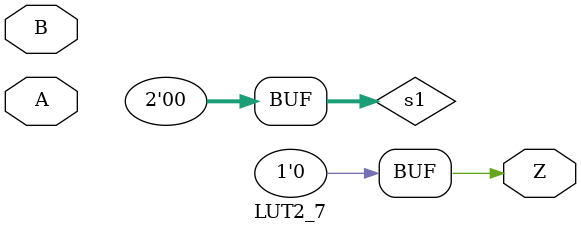
<source format=v>
module LUT2_7(input A, B, output Z);
    parameter [3:0] INIT = 4'h0;
    wire [1:0] s1 = B ?     INIT[ 3:2] :     INIT[1:0];
    assign Z =      A ?          s1[1] :         s1[0];
endmodule
</source>
